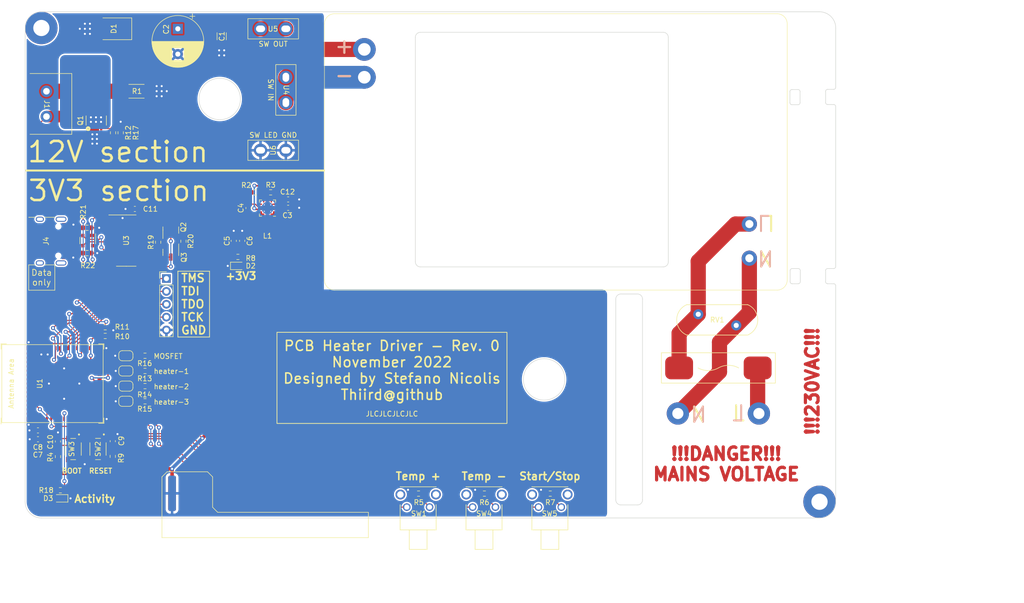
<source format=kicad_pcb>
(kicad_pcb (version 20211014) (generator pcbnew)
  (layers (0 "F.Cu" signal) (31 "B.Cu" signal) (34 "B.Paste" user) (35 "F.Paste" user) (36 "B.SilkS" user "B.Silkscreen") (37 "F.SilkS" user "F.Silkscreen") (38 "B.Mask" user) (39 "F.Mask" user) (44 "Edge.Cuts" user))
  (net 0 "")
  (net 1 "GND")
  (net 5 "+3V3")
  (net 18 "Net-(F1-Pad1)")
  (net 21 "/MCU/TCK")
  (net 22 "/MCU/TDO")
  (net 23 "/MCU/TDI")
  (net 24 "/MCU/TMS")
  (net 25 "temperature_plus")
  (net 26 "Net-(C4-Pad1)")
  (net 27 "Net-(C4-Pad2)")
  (net 28 "Net-(R2-Pad2)")
  (net 29 "Net-(D2-Pad2)")
  (net 30 "temperature_minus")
  (net 31 "start_stop")
  (net 32 "mosfet_gate")
  (net 33 "current_sense_LOW")
  (net 34 "temp_heater_1")
  (net 35 "temp_heater_2")
  (net 36 "temp_heater_3")
  (net 37 "temp_mosfet")
  (net 38 "+12V")
  (net 39 "/Peripherals/UART_USB_D+")
  (net 40 "/Peripherals/UART_USB_D-")
  (net 41 "Net-(H7-Pad1)")
  (net 43 "Net-(J4-PadA5)")
  (net 45 "Net-(J4-PadB5)")
  (net 48 "Net-(Q2-Pad1)")
  (net 49 "/Peripherals/RTS")
  (net 50 "Net-(Q3-Pad1)")
  (net 51 "/Peripherals/DTR")
  (net 52 "Net-(R5-Pad1)")
  (net 53 "Net-(R6-Pad1)")
  (net 54 "Net-(R7-Pad1)")
  (net 63 "SDA")
  (net 64 "SCL")
  (net 65 "RESET")
  (net 66 "GPIO0")
  (net 67 "TX")
  (net 68 "RX")
  (net 69 "/Heater/heater_LOW")
  (net 70 "Net-(F1-Pad2)")
  (net 76 "Net-(Q1-Pad2)")
  (net 80 "Net-(D3-Pad2)")
  (net 81 "Net-(PS1-Pad3)")
  (net 82 "/MCU/activity_led")
  (footprint "Capacitor_SMD:C_0603_1608Metric" (layer "F.Cu") (at 125.012321 82.205175 180)
    (fp_text reference "C12")
    (fp_text value "100n")
  )
  (footprint "1-1825027-1:SW_1-1825027-1" (layer "F.Cu") (at 150.675985 142.987494)
    (fp_text reference "SW1")
    (fp_text value "SW_SPST")
  )
  (footprint "oled_angled:oled_angled" (layer "F.Cu") (at 102.100983 140.014994)
    (fp_text reference "J5" hide)
    (fp_text value "OLED")
  )
  (footprint "Resistor_SMD:R_0603_1608Metric" (layer "F.Cu") (at 91.950983 69.032673 90)
    (fp_text reference "R12")
    (fp_text value "10k")
  )
  (footprint "Capacitor_SMD:C_0603_1608Metric" (layer "F.Cu") (at 117.187321 83.905175 -90)
    (fp_text reference "C4")
    (fp_text value "22n")
  )
  (footprint "MountingHole:MountingHole_3.2mm_M3_Pad_TopBottom" (layer "F.Cu") (at 76.300982 48.332675 90)
    (fp_text reference "H2" hide)
    (fp_text value "MH3")
  )
  (footprint "Resistor_SMD:R_0603_1608Metric" (layer "F.Cu") (at 90.392326 132.965329 90)
    (fp_text reference "R9")
    (fp_text value "22k")
  )
  (footprint "Resistor_SMD:R_0603_1608Metric" (layer "F.Cu") (at 118.562323 80.805173)
    (fp_text reference "R2")
    (fp_text value "10k")
  )
  (footprint "Resistor_SMD:R_0603_1608Metric" (layer "F.Cu") (at 90.450983 69.032673 -90)
    (fp_text reference "R17")
    (fp_text value "0")
  )
  (footprint "Resistor_SMD:R_2010_5025Metric" (layer "F.Cu") (at 95.075982 60.832676)
    (fp_text reference "R1")
    (fp_text value "DNP")
  )
  (footprint "Resistor_SMD:R_0603_1608Metric" (layer "F.Cu") (at 96.755979 122.082673 180)
    (fp_text reference "R15")
    (fp_text value "10k")
  )
  (footprint "fork_connector_p5.0mm:fork_p5.0mm" (layer "F.Cu") (at 122.062323 48.492675)
    (fp_text reference "U5")
    (fp_text value "fork_p5.0mm")
  )
  (footprint "Capacitor_SMD:C_0603_1608Metric" (layer "F.Cu") (at 75.624824 129.582673)
    (fp_text reference "C7")
    (fp_text value "22uF")
  )
  (footprint "3622_fuse_holder:3622" (layer "F.Cu") (at 209.937321 115.492677 180)
    (fp_text reference "F1" hide)
    (fp_text value "Fuse")
  )
  (footprint "Package_DFN_QFN:QFN-16-1EP_3x3mm_P0.5mm_EP1.75x1.75mm_ThermalVias" (layer "F.Cu") (at 120.937321 83.905173 180)
    (fp_text reference "U2" hide)
    (fp_text value "TS30042-M000QFNR")
  )
  (footprint "Connector_USB:USB_C_Receptacle_HRO_TYPE-C-31-M-12" (layer "F.Cu") (at 77.050987 90.432676 -90)
    (fp_text reference "J4")
    (fp_text value "USB_C_Receptacle_USB2.0")
  )
  (footprint "MountingHole:MountingHole_2.2mm_M2_Pad_TopBottom" (layer "F.Cu") (at 217.937321 124.492677)
    (fp_text reference "H6" hide)
    (fp_text value "AC_LIVE")
  )
  (footprint "Resistor_SMD:R_0603_1608Metric" (layer "F.Cu") (at 176.750989 140.317675 180)
    (fp_text reference "R7")
    (fp_text value "1k")
  )
  (footprint "Resistor_SMD:R_0603_1608Metric" (layer "F.Cu") (at 104.345987 90.457673 -90)
    (fp_text reference "R20")
    (fp_text value "10k")
  )
  (footprint "Resistor_SMD:R_0603_1608Metric" (layer "F.Cu") (at 99.345987 90.657673 90)
    (fp_text reference "R19")
    (fp_text value "10k")
  )
  (footprint "Jumper:SolderJumper-2_P1.3mm_Open_RoundedPad1.0x1.5mm" (layer "F.Cu") (at 92.975985 113.082673)
    (fp_text reference "TH4" hide)
    (fp_text value "mosfet")
  )
  (footprint "Resistor_SMD:R_0603_1608Metric" (layer "F.Cu") (at 96.755979 116.082674 180)
    (fp_text reference "R13")
    (fp_text value "10k")
  )
  (footprint "SKRPACE010:SW_SKRPACE010" (layer "F.Cu") (at 87.475985 131.507825 -90)
    (fp_text reference "SW2")
    (fp_text value "SW_DPST")
  )
  (footprint "LD90-23B12R2:LD90-23B12R2" (layer "F.Cu") (at 177.850987 72.814996 180)
    (fp_text reference "PS1" hide)
    (fp_text value "LD90-23B12R2")
  )
  (footprint "Package_TO_SOT_SMD:SOT-23" (layer "F.Cu") (at 101.850983 92.657673 -90)
    (fp_text reference "Q3")
    (fp_text value "BC817")
  )
  (footprint "Jumper:SolderJumper-2_P1.3mm_Open_RoundedPad1.0x1.5mm" (layer "F.Cu") (at 92.975985 119.082674)
    (fp_text reference "TH2" hide)
    (fp_text value "Heater_2")
  )
  (footprint "Diode_SMD:D_SMB" (layer "F.Cu") (at 90.587325 48.492675 180)
    (fp_text reference "D1")
    (fp_text value "SMBJ20A")
  )
  (footprint "Capacitor_SMD:C_0603_1608Metric" (layer "F.Cu") (at 125.012321 83.855175 180)
    (fp_text reference "C3")
    (fp_text value "10uF")
  )
  (footprint "Package_SO:SOIC-16_3.9x9.9mm_P1.27mm" (layer "F.Cu") (at 93.050983 90.332676)
    (fp_text reference "U3")
    (fp_text value "CH340C")
  )
  (footprint "Resistor_SMD:R_0603_1608Metric" (layer "F.Cu") (at 79.57116 133.014997 90)
    (fp_text reference "R4")
    (fp_text value "22k")
  )
  (footprint "Capacitor_SMD:C_0603_1608Metric" (layer "F.Cu") (at 94.750983 84.082676 180)
    (fp_text reference "C11")
    (fp_text value "100n")
  )
  (footprint "1-1825027-1:SW_1-1825027-1" (layer "F.Cu") (at 163.675985 142.987494)
    (fp_text reference "SW4")
    (fp_text value "SW_SPST")
  )
  (footprint "Capacitor_SMD:C_0603_1608Metric" (layer "F.Cu") (at 114.269645 90.380177 -90)
    (fp_text reference "C5")
    (fp_text value "22u")
  )
  (footprint "Package_TO_SOT_SMD:SOT-143" (layer "F.Cu") (at 85.452321 90.332676 -90)
    (fp_text reference "D4" hide)
    (fp_text value "PRTR5V0U2X")
  )
  (footprint "Connector_PinHeader_2.54mm:PinHeader_1x05_P2.54mm_Vertical" (layer "F.Cu") (at 100.98098 97.829995)
    (fp_text reference "J2" hide)
    (fp_text value "JTAG")
  )
  (footprint "Resistor_SMD:R_0603_1608Metric" (layer "F.Cu") (at 80.050983 139.657673 180)
    (fp_text reference "R18")
    (fp_text value "1k")
  )
  (footprint "Package_TO_SOT_SMD:SOT-23" (layer "F.Cu") (at 101.850983 88.257673 90)
    (fp_text reference "Q2")
    (fp_text value "BC817")
  )
  (footprint "Resistor_SMD:R_0603_1608Metric" (layer "F.Cu") (at 163.750987 140.317675 180)
    (fp_text reference "R6")
    (fp_text value "1k")
  )
  (footprint "Capacitor_SMD:C_0603_1608Metric" (layer "F.Cu") (at 115.937321 90.380175 -90)
    (fp_text reference "C6")
    (fp_text value "22u")
  )
  (footprint "MountingHole:MountingHole_2.2mm_M2_Pad_TopBottom" (layer "F.Cu") (at 201.937321 124.492677 180)
    (fp_text reference "H7" hide)
    (fp_text value "AC_NEUTRAL")
  )
  (footprint "Resistor_SMD:R_0603_1608Metric" (layer "F.Cu") (at 96.755979 119.082674 180)
    (fp_text reference "R14")
    (fp_text value "10k")
  )
  (footprint "Capacitor_SMD:C_0603_1608Metric" (layer "F.Cu") (at 90.392326 129.965329 90)
    (fp_text reference "C9")
    (fp_text value "1u")
  )
  (footprint "Resistor_SMD:R_0603_1608Metric" (layer "F.Cu") (at 115.094645 93.555173 180)
    (fp_text reference "R8")
    (fp_text value "1k")
  )
  (footprint "SOTFL65P330X80-8N:SOTFL65P330X80-8N" (layer "F.Cu") (at 87.125985 66.617673 90)
    (fp_text reference "Q1")
    (fp_text value "RQ3E110AJ")
  )
  (footprint "fork_connector_p5.0mm:fork_p5.0mm" (layer "F.Cu") (at 124.562323 60.564996 -90)
    (fp_text reference "U4")
    (fp_text value "fork_p5.0mm")
  )
  (footprint "LED_SMD:LED_0603_1608Metric" (layer "F.Cu") (at 115.114646 95.330171)
    (fp_text reference "D2")
    (fp_text value "RED")
  )
  (footprint "Resistor_SMD:R_0603_1608Metric" (layer "F.Cu") (at 88.900985 109.167674 180)
    (fp_text reference "R10")
    (fp_text value "22k")
  )
  (footprint "Jumper:SolderJumper-2_P1.3mm_Open_RoundedPad1.0x1.5mm" (layer "F.Cu") (at 92.975985 116.082673)
    (fp_text reference "TH1" hide)
    (fp_text value "Heater_1")
  )
  (footprint "Resistor_SMD:R_0603_1608Metric" (layer "F.Cu") (at 96.75598 113.082673 180)
    (fp_text reference "R16")
    (fp_text value "10k")
  )
  (footprint "BWVS005050404R7M00:BWVS005050404R7M00" (layer "F.Cu") (at 120.937321 88.905175)
    (fp_text reference "L1")
    (fp_text value "4u7")
  )
  (footprint "Capacitor_SMD:C_1206_3216Metric" (layer "F.Cu") (at 111.887325 49.967675 -90)
    (fp_text reference "C1")
    (fp_text value "1u")
  )
  (footprint "MountingHole:MountingHole_3.2mm_M3_Pad_TopBottom" (layer "F.Cu") (at 229.900983 141.932678 180)
    (fp_text reference "H3" hide)
    (fp_text value "MH2")
  )
  (footprint "fork_connector_p5.0mm:fork_p5.0mm" (layer "F.Cu") (at 122.062323 72.492675)
    (fp_text reference "U6")
    (fp_text value "fork_p5.0mm")
  )
  (footprint "LED_SMD:LED_0603_1608Metric" (layer "F.Cu") (at 80.050983 141.257673 180)
    (fp_text reference "D3")
    (fp_text value "RED")
  )
  (footprint "Resistor_SMD:R_0603_1608Metric" (layer "F.Cu") (at 85.327146 92.805173)
    (fp_text reference "R22")
    (fp_text value "5k1")
  )
  (footprint "Capacitor_SMD:C_0603_1608Metric" (layer "F.Cu") (at 79.57116 130.014997 90)
    (fp_text reference "C10")
    (fp_text value "1u")
  )
  (footprint "1-1825027-1:SW_1-1825027-1" (layer "F.Cu") (at 176.675985 142.987494)
    (fp_text reference "SW5")
    (fp_text value "SW_SPST")
  )
  (footprint "Jumper:SolderJumper-2_P1.3mm_Open_RoundedPad1.0x1.5mm" (layer "F.Cu") (at 92.975985 122.082673)
    (fp_text reference "TH3" hide)
    (fp_text value "Heater_3")
  )
  (footprint "Resistor_SMD:R_0603_1608Metric" (layer "F.Cu") (at 150.750987 140.317675 180)
    (fp_text reference "R5")
    (fp_text value "1k")
  )
  (footprint "Resistor_SMD:R_0603_1608Metric" (layer "F.Cu") (at 121.562325 80.805173)
    (fp_text reference "R3")
    (fp_text value "37k")
  )
  (footprint "WR_TBL_Series_101:WR_TBL_Series_101" (layer "F.Cu") (at 77.300983 63.332676 -90)
    (fp_text reference "J1")
    (fp_text value "Heater")
  )
  (footprint "Capacitor_SMD:C_0603_1608Metric" (layer "F.Cu") (at 75.624824 127.832673 180)
    (fp_text reference "C8")
    (fp_text value "100n")
  )
  (footprint "Espressif:ESP32-S2-MINI-1" (layer "F.Cu") (at 80.792322 118.582676 90)
    (fp_text reference "U1")
    (fp_text value "ESP32-S2-MINI-2")
  )
  (footprint "Capacitor_THT:CP_Radial_D10.0mm_P5.00mm" (layer "F.Cu") (at 103.236692 48.492675 -90)
    (fp_text reference "C2")
    (fp_text value "200u")
  )
  (footprint "Resistor_SMD:R_0603_1608Metric" (layer "F.Cu") (at 85.327146 87.805173)
    (fp_text reference "R21")
    (fp_text value "5k1")
  )
  (footprint "SKRPACE010:SW_SKRPACE010" (layer "F.Cu") (at 82.571159 131.514997 -90)
    (fp_text reference "SW3")
    (fp_text value "SW_DPST")
  )
  (footprint "B72214S0351K101:B72214S0351K101" (layer "F.Cu") (at 209.712322 105.992677)
    (fp_text reference "RV1")
    (fp_text value "Varistor")
  )
  (footprint "Resistor_SMD:R_0603_1608Metric" (layer "F.Cu") (at 88.900985 107.457673)
    (fp_text reference "R11")
    (fp_text value "5k1")
  )
  (gr_line (start 73.800987 95.132676) (end 73.800987 100.132676) (layer "F.SilkS") (width 0.12))
  (gr_line (start 73.300987 76.492675) (end 132.077412 76.492675) (layer "F.SilkS") (width 0.4))
  (gr_rect (start 122.800985 108.457673) (end 168.200985 126.457673) (layer "F.SilkS") (width 0.15) (fill none))
  (gr_line (start 103.24232 109.382676) (end 103.24232 96.382676) (layer "F.SilkS") (width 0.15))
  (gr_line (start 103.24232 96.382676) (end 109.492319 96.382676) (layer "F.SilkS") (width 0.15))
  (gr_line (start 103.24232 109.382676) (end 109.492319 109.382676) (layer "F.SilkS") (width 0.15))
  (gr_line (start 73.800987 100.132676) (end 78.950987 100.132676) (layer "F.SilkS") (width 0.12))
  (gr_line (start 109.492319 109.382676) (end 109.492319 96.382676) (layer "F.SilkS") (width 0.15))
  (gr_line (start 78.950987 95.132676) (end 78.950987 100.132676) (layer "F.SilkS") (width 0.12))
  (gr_arc (start 226.100984 98.457672) (mid 225.983827 98.740515) (end 225.700984 98.857672) (layer "Edge.Cuts") (width 0.1))
  (gr_line (start 232.700988 63.457673) (end 231.500988 63.457673) (layer "Edge.Cuts") (width 0.1))
  (gr_line (start 189.688485 101.882674) (end 189.688485 141.557673) (layer "Edge.Cuts") (width 0.1))
  (gr_line (start 150.125985 50.182674) (end 150.125986 94.532672) (layer "Edge.Cuts") (width 0.1))
  (gr_arc (start 193.963485 100.882673) (mid 194.670592 101.175566) (end 194.963484 101.882673) (layer "Edge.Cuts") (width 0.1))
  (gr_arc (start 199.050984 49.182674) (mid 199.758091 49.475567) (end 200.050983 50.182674) (layer "Edge.Cuts") (width 0.1))
  (gr_line (start 233.100988 60.057673) (end 233.100982 48.332676) (layer "Edge.Cuts") (width 0.1))
  (gr_line (start 200.050983 50.182674) (end 200.050984 94.532672) (layer "Edge.Cuts") (width 0.1))
  (gr_arc (start 190.688485 142.557673) (mid 189.981378 142.26478) (end 189.688485 141.557673) (layer "Edge.Cuts") (width 0.1))
  (gr_arc (start 189.688486 101.882674) (mid 189.981379 101.175567) (end 190.688486 100.882674) (layer "Edge.Cuts") (width 0.1))
  (gr_arc (start 231.100989 60.857674) (mid 231.218146 60.574831) (end 231.500989 60.457674) (layer "Edge.Cuts") (width 0.1))
  (gr_arc (start 73.100982 48.33237) (mid 74.038354 46.069831) (end 76.300982 45.132675) (layer "Edge.Cuts") (width 0.1))
  (gr_line (start 73.100982 141.932675) (end 73.100982 48.33237) (layer "Edge.Cuts") (width 0.1))
  (gr_arc (start 231.500988 63.457673) (mid 231.218145 63.340516) (end 231.100988 63.057673) (layer "Edge.Cuts") (width 0.1))
  (gr_line (start 232.700985 98.857673) (end 231.500985 98.857673) (layer "Edge.Cuts") (width 0.1))
  (gr_line (start 151.125986 49.182674) (end 199.050984 49.182674) (layer "Edge.Cuts") (width 0.1))
  (gr_line (start 224.462325 60.492676) (end 225.662324 60.492675) (layer "Edge.Cuts") (width 0.1))
  (gr_line (start 225.700984 98.857672) (end 224.500984 98.857672) (layer "Edge.Cuts") (width 0.1))
  (gr_line (start 226.100984 96.257672) (end 226.100984 98.457672) (layer "Edge.Cuts") (width 0.1))
  (gr_line (start 151.125986 95.532672) (end 199.050984 95.532672) (layer "Edge.Cuts") (width 0.1))
  (gr_arc (start 225.700984 95.857672) (mid 225.983827 95.974829) (end 226.100984 96.257672) (layer "Edge.Cuts") (width 0.1))
  (gr_arc (start 194.963484 141.557672) (mid 194.670591 142.264779) (end 193.963484 142.557672) (layer "Edge.Cuts") (width 0.1))
  (gr_arc (start 231.100986 96.257674) (mid 231.218143 95.974831) (end 231.500986 95.857674) (layer "Edge.Cuts") (width 0.1))
  (gr_arc (start 232.700985 98.857673) (mid 232.983828 98.97483) (end 233.100985 99.257673) (layer "Edge.Cuts") (width 0.1))
  (gr_arc (start 232.700988 63.457673) (mid 232.983831 63.57483) (end 233.100988 63.857673) (layer "Edge.Cuts") (width 0.1))
  (gr_line (start 76.300982 45.132675) (end 229.900982 45.132676) (layer "Edge.Cuts") (width 0.1))
  (gr_arc (start 200.050984 94.532672) (mid 199.758091 95.239779) (end 199.050984 95.532672) (layer "Edge.Cuts") (width 0.1))
  (gr_line (start 226.062324 60.892675) (end 226.062324 63.092675) (layer "Edge.Cuts") (width 0.1))
  (gr_circle (center 111.500985 62.357673) (end 115.600985 62.357673) (layer "Edge.Cuts") (width 0.1) (fill none))
  (gr_line (start 231.500986 95.857674) (end 232.700985 95.857673) (layer "Edge.Cuts") (width 0.1))
  (gr_arc (start 150.125986 50.182674) (mid 150.418879 49.475567) (end 151.125986 49.182674) (layer "Edge.Cuts") (width 0.1))
  (gr_line (start 224.100984 98.457672) (end 224.100985 96.257673) (layer "Edge.Cuts") (width 0.1))
  (gr_circle (center 175.539769 117.757673) (end 179.639769 117.757673) (layer "Edge.Cuts") (width 0.1) (fill none))
  (gr_line (start 194.963484 101.882673) (end 194.963484 141.557672) (layer "Edge.Cuts") (width 0.1))
  (gr_arc (start 231.500985 98.857673) (mid 231.218142 98.740516) (end 231.100985 98.457673) (layer "Edge.Cuts") (width 0.1))
  (gr_arc (start 233.100982 141.932675) (mid 232.163733 144.195439) (end 229.900982 145.132675) (layer "Edge.Cuts") (width 0.1))
  (gr_line (start 224.500985 95.857673) (end 225.700984 95.857672) (layer "Edge.Cuts") (width 0.1))
  (gr_line (start 224.062324 63.092675) (end 224.062325 60.892676) (layer "Edge.Cuts") (width 0.1))
  (gr_arc (start 224.100985 96.257673) (mid 224.218142 95.97483) (end 224.500985 95.857673) (layer "Edge.Cuts") (width 0.1))
  (gr_arc (start 233.100985 95.457673) (mid 232.983828 95.740516) (end 232.700985 95.857673) (layer "Edge.Cuts") (width 0.1))
  (gr_arc (start 76.300982 145.132675) (mid 74.038234 144.195423) (end 73.100982 141.932675) (layer "Edge.Cuts") (width 0.1))
  (gr_line (start 190.688485 142.557673) (end 193.963484 142.557672) (layer "Edge.Cuts") (width 0.1))
  (gr_arc (start 151.125986 95.532672) (mid 150.418879 95.239779) (end 150.125986 94.532672) (layer "Edge.Cuts") (width 0.1))
  (gr_line (start 190.688486 100.882674) (end 193.963485 100.882673) (layer "Edge.Cuts") (width 0.1))
  (gr_line (start 233.100988 63.857673) (end 233.100985 95.457673) (layer "Edge.Cuts") (width 0.1))
  (gr_line (start 233.100985 99.257673) (end 233.100982 141.932675) (layer "Edge.Cuts") (width 0.1))
  (gr_arc (start 225.662324 60.492675) (mid 225.945167 60.609832) (end 226.062324 60.892675) (layer "Edge.Cuts") (width 0.1))
  (gr_line (start 229.900982 145.132675) (end 76.300982 145.132675) (layer "Edge.Cuts") (width 0.1))
  (gr_arc (start 224.500984 98.857672) (mid 224.218141 98.740515) (end 224.100984 98.457672) (layer "Edge.Cuts") (width 0.1))
  (gr_arc (start 233.100988 60.057673) (mid 232.983831 60.340516) (end 232.700988 60.457673) (layer "Edge.Cuts") (width 0.1))
  (gr_line (start 231.100985 98.457673) (end 231.100986 96.257674) (layer "Edge.Cuts") (width 0.1))
  (gr_line (start 231.100988 63.057673) (end 231.100989 60.857674) (layer "Edge.Cuts") (width 0.1))
  (gr_arc (start 224.462324 63.492675) (mid 224.179481 63.375518) (end 224.062324 63.092675) (layer "Edge.Cuts") (width 0.1))
  (gr_arc (start 224.062325 60.892676) (mid 224.179482 60.609833) (end 224.462325 60.492676) (layer "Edge.Cuts") (width 0.1))
  (gr_line (start 225.662324 63.492675) (end 224.462324 63.492675) (layer "Edge.Cuts") (width 0.1))
  (gr_arc (start 229.900982 45.132676) (mid 232.163717 46.069941) (end 233.100982 48.332676) (layer "Edge.Cuts") (width 0.1))
  (gr_line (start 231.500989 60.457674) (end 232.700988 60.457673) (layer "Edge.Cuts") (width 0.1))
  (gr_arc (start 226.062324 63.092675) (mid 225.945167 63.375518) (end 225.662324 63.492675) (layer "Edge.Cuts") (width 0.1))
  (gr_text "!!!DANGER!!!\nMAINS VOLTAGE" (at 211.492321 134.482676) (layer "F.Cu") (effects (font (size 2.5 2.5) (thickness 0.625))))
  (gr_text "!!!230VAC!!!" (at 228.492321 118.132676 90) (layer "F.Cu") (effects (font (size 2.5 2.5) (thickness 0.625))))
  (gr_text "N" (at 206.041614 124.492677 180) (layer "B.SilkS") (effects (font (size 3 3) (thickness 0.4)) (justify mirror)))
  (gr_text "L" (at 213.937321 124.492677) (layer "B.SilkS") (effects (font (size 3 3) (thickness 0.4)) (justify mirror)))
  (gr_text "Activity" (at 86.850983 141.357673) (layer "F.SilkS") (effects (font (size 1.5 1.5) (thickness 0.3))))
  (gr_text "JLCJLCJLCJLC" (at 145.500985 124.557673) (layer "F.SilkS") (effects (font (size 1 1))))
  (gr_text "Data\nonly" (at 76.345987 97.632676) (layer "F.SilkS") (effects (font (size 1.2 1.2))))
  (gr_text "SW OUT" (at 122.062323 51.492675) (layer "F.SilkS") (effects (font (size 1 1))))
  (gr_text "PCB Heater Driver - Rev. 0\nNovember 2022\nDesigned by Stefano Nicolis\nThiird@github" (at 145.500985 115.957673) (layer "F.SilkS") (effects (font (size 2 2) (thickness 0.3))))
  (gr_text "SW LED GND" (at 122.062323 69.492675) (layer "F.SilkS") (effects (font (size 1 1))))
  (gr_text "TMS\nTDI\nTDO\nTCK\nGND" (at 103.742319 102.882676) (layer "F.SilkS") (effects (font (size 1.6 1.6) (thickness 0.3)) (justify left)))
  (gr_text "N" (at 206.010984 124.480508 180) (layer "F.SilkS") (effects (font (size 3 3) (thickness 0.4))))
  (gr_text "L" (at 213.937321 124.492677) (layer "F.SilkS") (effects (font (size 3 3) (thickness 0.4))))
  (gr_text "RESET" (at 88.000985 135.832673) (layer "F.SilkS") (effects (font (size 1 1) (thickness 0.2))))
  (gr_text "+3V3" (at 115.707323 97.330171) (layer "F.SilkS") (effects (font (size 1.5 1.5) (thickness 0.3))))
  (gr_text "heater-2" (at 101.966461 119.182673) (layer "F.SilkS") (effects (font (size 1 1))))
  (gr_text "heater-1" (at 101.966461 116.14934) (layer "F.SilkS") (effects (font (size 1 1))))
  (gr_text "MOSFET" (at 101.330985 113.182673) (layer "F.SilkS") (effects (font (size 1 1))))
  (gr_text "12V section" (at 91.417323 72.814996) (layer "F.SilkS") (effects (font (size 4 4) (thickness 0.5))))
  (gr_text "Start/Stop" (at 176.675985 136.882676) (layer "F.SilkS") (effects (font (size 1.5 1.5) (thickness 0.3))))
  (gr_text "BOOT" (at 82.32116 135.832676) (layer "F.SilkS") (effects (font (size 1 1) (thickness 0.2))))
  (gr_text "Temp +" (at 150.675985 136.882676) (layer "F.SilkS") (effects (font (size 1.5 1.5) (thickness 0.3))))
  (gr_text "SW IN" (at 121.562323 60.564996 270) (layer "F.SilkS") (effects (font (size 1 1))))
  (gr_text "heater-3" (at 101.966461 122.216006) (layer "F.SilkS") (effects (font (size 1 1))))
  (gr_text "3V3 section" (at 91.562323 80.492675) (layer "F.SilkS") (effects (font (size 4 4) (thickness 0.5))))
  (gr_text "Temp -" (at 163.675985 136.882676) (layer "F.SilkS") (effects (font (size 1.5 1.5) (thickness 0.3))))
  (segment (start 162.925987 140.317675) (end 162.675985 140.317675) (width 0.2) (layer "F.Cu") (net 1))
  (segment (start 86.202321 89.332676) (end 86.202321 87.855348) (width 0.2) (layer "F.Cu") (net 1))
  (segment (start 111.887325 51.442675) (end 111.887325 53.492675) (width 2) (layer "F.Cu") (net 1))
  (segment (start 80.792322 116.932676) (end 80.792322 115.582676) (width 0.3) (layer "F.Cu") (net 1))
  (segment (start 92.325985 119.082674) (end 90.975985 119.082673) (width 0.2) (layer "F.Cu") (net 1))
  (segment (start 91.024981 128.557673) (end 90.392325 129.190329) (width 0.2) (layer "F.Cu") (net 1))
  (segment (start 175.675985 140.317675) (end 174.925985 139.567675) (width 0.2) (layer "F.Cu") (net 1))
  (segment (start 162.675985 140.317675) (end 161.925985 139.567675) (width 0.2) (layer "F.Cu") (net 1))
  (segment (start 73.792322 111.582676) (end 73.792322 110.416336) (width 0.7) (layer "F.Cu") (net 1))
  (segment (start 88.437325 48.492675) (end 84.887325 48.492675) (width 3) (layer "F.Cu") (net 1))
  (segment (start 79.142322 118.582676) (end 77.792322 118.582676) (width 0.3) (layer "F.Cu") (net 1))
  (segment (start 149.925987 140.317675) (end 149.425985 140.317675) (width 0.2) (layer "F.Cu") (net 1))
  (segment (start 87.792322 111.582676) (end 89.124824 111.582676) (width 0.3) (layer "F.Cu") (net 1))
  (segment (start 79.142322 120.232676) (end 82.442322 120.232676) (width 0.3) (layer "F.Cu") (net 1))
  (segment (start 84.850985 134.507673) (end 82.300985 134.507673) (width 0.2) (layer "F.Cu") (net 1))
  (segment (start 89.900985 107.457673) (end 90.500985 108.057673) (width 0.2) (layer "F.Cu") (net 1))
  (segment (start 79.575985 129.235172) (end 79.57116 129.239997) (width 0.2) (layer "F.Cu") (net 1))
  (segment (start 81.496159 133.702847) (end 81.496159 133.589997) (width 0.2) (layer "F.Cu") (net 1))
  (segment (start 86.202321 87.855348) (end 86.152146 87.805173) (width 0.2) (layer "F.Cu") (net 1))
  (segment (start 87.792322 125.582676) (end 89.181162 125.582676) (width 0.3) (layer "F.Cu") (net 1))
  (segment (start 115.937321 89.605175) (end 115.937321 88.405175) (width 0.8) (layer "F.Cu") (net 1))
  (segment (start 86.400984 129.43283) (end 86.400984 133.582827) (width 0.2) (layer "F.Cu") (net 1))
  (segment (start 79.142322 116.932676) (end 79.142322 120.232676) (width 0.3) (layer "F.Cu") (net 1))
  (segment (start 149.425985 140.317675) (end 148.675985 139.567675) (width 0.2) (layer "F.Cu") (net 1))
  (segment (start 82.625002 87.182676) (end 81.095987 87.182676) (width 0.3) (layer "F.Cu") (net 1))
  (segment (start 120.687321 84.905173) (end 120.312321 84.530173) (width 0.2) (layer "F.Cu") (net 1))
  (segment (start 74.849824 129.582673) (end 73.995984 129.582673) (width 0.7) (layer "F.Cu") (net 1))
  (segment (start 74.849824 127.832673) (end 73.94599 127.832673) (width 0.7) (layer "F.Cu") (net 1))
  (segment (start 86.367326 133.841332) (end 86.367326 133.616484) (width 0.2) (layer "F.Cu") (net 1))
  (segment (start 82.595987 93.682676) (end 81.095987 93.682676) (width 0.3) (layer "F.Cu") (net 1))
  (segment (start 82.442322 116.932676) (end 82.442322 120.232676) (width 0.3) (layer "F.Cu") (net 1))
  (segment (start 80.792322 118.582676) (end 79.142322 118.582676) (width 0.3) (layer "F.Cu") (net 1))
  (segment (start 80.792322 118.582676) (end 80.792322 120.232676) (width 0.3) (layer "F.Cu") (net 1))
  (segment (start 114.269645 89.605177) (end 114.269645 88.405177) (width 0.8) (layer "F.Cu") (net 1))
  (segment (start 122.399821 83.155173) (end 121.687321 83.155173) (width 0.2) (layer "F.Cu") (net 1))
  (segment (start 91.950983 68.207673) (end 91.950983 66.857673) (width 0.2) (layer "F.Cu") (net 1))
  (segment (start 175.925989 140.317675) (end 175.675985 140.317675) (width 0.2) (layer "F.Cu") (net 1))
  (segment (start 79.142322 116.932676) (end 82.442322 116.932676) (width 0.3) (layer "F.Cu") (net 1))
  (segment (start 82.300985 134.507673) (end 81.496159 133.702847) (width 0.2) (layer "F.Cu") (net 1))
  (segment (start 97.388482 60.832676) (end 97.406162 60.814996) (width 3) (layer "F.Cu") (net 1))
  (segment (start 86.152146 87.805173) (end 87.707323 87.805173) (width 0.2) (layer "F.Cu") (net 1))
  (segment (start 79.575985 128.232673) (end 79.575985 129.235172) (width 0.2) (layer "F.Cu") (net 1))
  (segment (start 76.542322 112.582676) (end 76.292322 112.832676) (width 0.3) (layer "F.Cu") (net 1))
  (segment (start 80.792322 118.582676) (end 80.792322 116.932676) (width 0.3) (layer "F.Cu") (net 1))
  (segment (start 73.792322 111.582676) (end 73.792322 125.582676) (width 0.3) (layer "F.Cu") (net 1))
  (segment (start 121.687321 83.155173) (end 121.562321 83.280173) (width 0.2) (layer "F.Cu") (net 1))
  (segment (start 122.399821 80.817669) (end 122.399821 83.155173) (width 0.2) (layer "F.Cu") (net 1))
  (segment (start 77.392322 111.582676) (end 77.392322 112.682676) (width 0.3) (layer "F.Cu") (net 1))
  (segment (start 82.442322 118.582676) (end 83.792322 118.582676) (width 0.3) (layer "F.Cu") (net 1))
  (segment (start 97.406162 60.814996) (end 100.050986 60.814996) (width 3) (layer "F.Cu") (net 1))
  (segment (start 85.700985 134.507673) (end 86.367326 133.841332) (width 0.2) (layer "F.Cu") (net 1))
  (segment (start 125.787321 82.205175) (end 127.187325 82.205175) (width 0.8) (layer "F.Cu") (net 1))
  (segment (start 113.087323 95.330171) (end 114.327146 95.330171) (width 0.25) (layer "F.Cu") (net 1))
  (segment (start 92.325985 116.082673) (end 90.975985 116.082673) (width 0.2) (layer "F.Cu") (net 1))
  (segment (start 125.787321 83.855175) (end 127.187321 83.855175) (width 0.8) (layer "F.Cu") (net 1))
  (segment (start 92.325985 113.082673) (end 90.875985 113.082673) (width 0.2) (layer "F.Cu") (net 1))
  (segment (start 91.325985 128.557673) (end 91.024981 128.557673) (width 0.2) (layer "F.Cu") (net 1))
  (segment (start 79.77116 129.439997) (end 81.496159 129.439997) (width 0.2) (layer "F.Cu") (net 1))
  (segment (start 79.57116 129.239997) (end 79.77116 129.439997) (width 0.2) (layer "F.Cu") (net 1))
  (segment (start 80.792322 118.582676) (end 82.442322 118.582676) (width 0.3) (layer "F.Cu") (net 1))
  (segment (start 120.687321 85.367673) (end 121.187321 85.367673) (width 0.2) (layer "F.Cu") (net 1))
  (segment (start 92.907323 84.082676) (end 93.975983 84.082676) (width 0.3) (layer "F.Cu") (net 1))
  (segment (start 87.792322 111.582676) (end 87.792322 112.632676) (width 0.3) (layer "F.Cu") (net 1))
  (segment (start 86.152146 92.805173) (end 87.327146 92.805173) (width 0.2) (layer "F.Cu") (net 1))
  (segment (start 120.687321 85.367673) (end 120.687321 84.905173) (width 0.2) (layer "F.Cu") (net 1))
  (segment (start 84.850985 134.507673) (end 85.700985 134.507673) (width 0.2) (layer "F.Cu") (net 1))
  (segment (start 121.187321 85.367673) (end 121.187321 84.905173) (width 0.2) (layer "F.Cu") (net 1))
  (segment (start 122.387325 80.805173) (end 122.399821 80.817669) (width 0.2) (layer "F.Cu") (net 1))
  (segment (start 80.792322 120.232676) (end 80.792322 121.582676) (width 0.3) (layer "F.Cu") (net 1))
  (segment (start 80.838483 141.257673) (end 82.050983 141.257673) (width 0.25) (layer "F.Cu") (net 1))
  (segment (start 92.325985 122.082673) (end 90.975985 122.082673) (width 0.2) (layer "F.Cu") (net 1))
  (segment (start 75.692322 125.582676) (end 73.792322 125.582676) (width 0.3) (layer "F.Cu") (net 1))
  (segment (start 77.392322 112.682676) (end 77.542322 112.832676) (width 0.3) (layer "F.Cu") (net 1))
  (segment (start 89.725985 107.457673) (end 89.900985 107.457673) (width 0.2) (layer "F.Cu") (net 1))
  (segment (start 121.187321 84.905173) (end 121.562321 84.530173) (width 0.2) (layer "F.Cu") (net 1))
  (segment (start 90.575983 85.887676) (end 92.325983 85.887676) (width 0.3) (layer "F.Cu") (net 1))
  (segment (start 73.792322 125.582676) (end 73.792322 126.716336) (width 0.7) (layer "F.Cu") (net 1))
  (segment (start 76.542322 111.582676) (end 76.542322 112.582676) (width 0.3) (layer "F.Cu") (net 1))
  (via (at 73.792322 126.716336) (size 0.8) (drill 0.4) (layers "F.Cu" "B.Cu") (net 1))
  (via (at 174.925985 139.567675) (size 0.8) (drill 0.4) (layers "F.Cu" "B.Cu") (net 1))
  (via (at 91.950983 66.857673) (size 0.8) (drill 0.4) (layers "F.Cu" "B.Cu") (net 1))
  (via (at 112.387325 52.742675) (size 0.8) (drill 0.4) (layers "F.Cu" "B.Cu") (net 1))
  (via (at 77.792322 118.582676) (size 0.8) (drill 0.4) (layers "F.Cu" "B.Cu") (net 1))
  (via (at 80.792322 121.582676) (size 0.8) (drill 0.4) (layers "F.Cu" "B.Cu") (net 1))
  (via (at 73.792322 110.416336) (size 0.8) (drill 0.4) (layers "F.Cu" "B.Cu") (net 1))
  (via (at 111.387325 52.742675) (size 0.8) (drill 0.4) (layers "F.Cu" "B.Cu") (net 1))
  (via (at 82.595987 93.682676) (size 0.8) (drill 0.4) (layers "F.Cu" "B.Cu") (net 1))
  (via (at 100.050986 60.814996) (size 0.8) (drill 0.4) (layers "F.Cu" "B.Cu") (net 1))
  (via (at 85.887325 49.492675) (size 0.8) (drill 0.4) (layers "F.Cu" "B.Cu") (net 1))
  (via (at 73.995984 129.582673) (size 0.8) (drill 0.4) (layers "F.Cu" "B.Cu") (net 1))
  (via (at 101.050987 60.814996) (size 0.8) (drill 0.4) (layers "F.Cu" "B.Cu") (net 1))
  (via (at 90.875985 113.082673) (size 0.8) (drill 0.4) (layers "F.Cu" "B.Cu") (net 1))
  (via (at 99.050987 61.814997) (size 0.8) (drill 0.4) (layers "F.Cu" "B.Cu") (net 1))
  (via (at 100.050987 59.814996) (size 0.8) (drill 0.4) (layers "F.Cu" "B.Cu") (net 1))
  (via (at 84.850985 134.507673) (size 0.8) (drill 0.4) (layers "F.Cu" "B.Cu") (net 1))
  (via (at 84.887325 48.492675) (size 0.8) (drill 0.4) (layers "F.Cu" "B.Cu") (net 1))
  (via (at 127.187325 82.205175) (size 0.8) (drill 0.4) (layers "F.Cu" "B.Cu") (net 1))
  (via (at 79.575985 128.232673) (size 0.8) (drill 0.4) (layers "F.Cu" "B.Cu") (net 1))
  (via (at 90.975985 116.082673) (size 0.8) (drill 0.4) (layers "F.Cu" "B.Cu") (net 1))
  (via (at 89.181162 125.582676) (size 0.8) (drill 0.4) (layers "F.Cu" "B.Cu") (net 1))
  (via (at 90.975985 122.082673) (size 0.8) (drill 0.4) (layers "F.Cu" "B.Cu") (net 1))
  (via (at 83.792322 118.582676) (size 0.8) (drill 0.4) (layers "F.Cu" "B.Cu") (net 1))
  (via (at 89.124824 111.582676) (size 0.8) (drill 0.4) (layers "F.Cu" "B.Cu") (net 1))
  (via (at 99.050986 60.814996) (size 0.8) (drill 0.4) (layers "F.Cu" "B.Cu") (net 1))
  (via (at 84.887325 49.492675) (size 0.8) (drill 0.4) (layers "F.Cu" "B.Cu") (net 1))
  (via (at 82.625002 87.182676) (size 0.8) (drill 0.4) (layers "F.Cu" "B.Cu") (net 1))
  (via (at 92.907323 84.082676) (size 0.8) (drill 0.4) (layers "F.Cu" "B.Cu") (net 1))
  (via (at 87.707323 87.805173) (size 0.8) (drill 0.4) (layers "F.Cu" "B.Cu") (net 1))
  (via (at 80.792322 115.582676) (size 0.8) (drill 0.4) (layers "F.Cu" "B.Cu") (net 1))
  (via (at 100.050987 61.814996) (size 0.8) (drill 0.4) (layers "F.Cu" "B.Cu") (net 1))
  (via (at 90.500985 108.057673) (size 0.8) (drill 0.4) (layers "F.Cu" "B.Cu") (net 1))
  (via (at 113.087323 95.330171) (size 0.8) (drill 0.4) (layers "F.Cu" "B.Cu") (net 1))
  (via (at 99.050987 59.814996) (size 0.8) (drill 0.4) (layers "F.Cu" "B.Cu") (net 1))
  (via (at 112.387325 53.742675) (size 0.8) (drill 0.4) (layers "F.Cu" "B.Cu") (net 1))
  (via (at 76.292322 112.832676) (size 0.8) (drill 0.4) (layers "F.Cu" "B.Cu") (net 1))
  (via (at 77.542322 112.832676) (size 0.8) (drill 0.4) (layers "F.Cu" "B.Cu") (net 1))
  (via (at 127.187321 83.855175) (size 0.8) (drill 0.4) (layers "F.Cu" "B.Cu") (net 1))
  (via (at 87.264647 71.182673) (size 0.8) (drill 0.4) (layers "F.Cu" "B.Cu") (net 1))
  (via (at 148.675985 139.567675) (size 0.8) (drill 0.4) (layers "F.Cu" "B.Cu") (net 1))
  (via (at 115.937321 88.405175) (size 0.8) (drill 0.4) (layers "F.Cu" "B.Cu") (net 1))
  (via (at 87.327146 92.805173) (size 0.8) (drill 0.4) (layers "F.Cu" "B.Cu") (net 1))
  (via (at 87.264647 70.257673) (size 0.8) (drill 0.4) (layers "F.Cu" "B.Cu") (net 1))
  (via (at 92.325983 85.887676) (size 0.8) (drill 0.4) (layers "F.Cu" "B.Cu") (net 1))
  (via (at 73.94599 127.832673) (size 0.8) (drill 0.4) (layers "F.Cu" "B.Cu") (net 1))
  (via (at 91.325985 128.557673) (size 0.8) (drill 0.4) (layers "F.Cu" "B.Cu") (net 1))
  (via (at 114.269645 88.405177) (size 0.8) (drill 0.4) (layers "F.Cu" "B.Cu") (net 1))
  (via (at 84.887325 47.492675) (size 0.8) (drill 0.4) (layers "F.Cu" "B.Cu") (net 1))
  (via (at 90.975985 119.082673) (size 0.8) (drill 0.4) (layers "F.Cu" "B.Cu") (net 1))
  (via (at 85.887325 48.492675) (size 0.8) (drill 0.4) (layers "F.Cu" "B.Cu") (net 1))
  (via (at 85.887325 47.492675) (size 0.8) (drill 0.4) (layers "F.Cu" "B.Cu") (net 1))
  (via (at 111.387325 53.742675) (size 0.8) (drill 0.4) (layers "F.Cu" "B.Cu") (net 1))
  (via (at 86.364647 71.182673) (size 0.8) (drill 0.4) (layers "F.Cu" "B.Cu") (net 1))
  (via (at 82.050983 141.257673) (size 0.8) (drill 0.4) (layers "F.Cu" "B.Cu") (net 1))
  (via (at 83.887325 48.492675) (size 0.8) (drill 0.4) (layers "F.Cu" "B.Cu") (net 1))
  (via (at 161.925985 139.567675) (size 0.8) (drill 0.4) (layers "F.Cu" "B.Cu") (net 1))
  (via (at 87.264647 69.344989) (size 0.8) (drill 0.4) (layers "F.Cu" "B.Cu") (net 1))
  (via (at 86.364647 70.257673) (size 0.8) (drill 0.4) (layers "F.Cu" "B.Cu") (net 1))
  (via (at 86.364647 69.344989) (size 0.8) (drill 0.4) (layers "F.Cu" "B.Cu") (net 1))
  (segment (start 140.050987 58.064996) (end 130.550987 58.064996) (width 4.5) (layer "B.Cu") (net 1))
  (segment (start 113.917717 91.155177) (end 114.269645 91.155177) (width 0.7) (layer "F.Cu") (net 5))
  (segment (start 102.100983 135.426336) (end 102.100983 140.014994) (width 0.7) (layer "F.Cu") (net 5))
  (segment (start 91.532322 135.426336) (end 90.653485 136.305173) (width 0.7) (layer "F.Cu") (net 5))
  (segment (start 114.269645 91.155177) (end 115.937319 91.155177) (width 0.8) (layer "F.Cu") (net 5))
  (segment (start 89.327146 85.055173) (end 93.077146 85.055173) (width 0.2) (layer "F.Cu") (net 5))
  (segment (start 109.975982 127.482676) (end 109.975982 95.096912) (width 0.7) (layer "F.Cu") (net 5))
  (segment (start 102.354649 84.082676) (end 95.525983 84.082676) (width 0.3) (layer "F.Cu") (net 5))
  (segment (start 100.775985 122.082673) (end 108.075985 129.382673) (width 0.2) (layer "F.Cu") (net 5))
  (segment (start 90.392326 133.790328) (end 90.392326 134.224014) (width 0.2) (layer "F.Cu") (net 5))
  (segment (start 90.392326 134.224014) (end 91.475985 135.307673) (width 0.2) (layer "F.Cu") (net 5))
  (segment (start 97.580979 122.082673) (end 100.775985 122.082673) (width 0.2) (layer "F.Cu") (net 5))
  (segment (start 117.537323 87.155171) (end 117.537323 91.155175) (width 0.2) (layer "F.Cu") (net 5))
  (segment (start 78.798485 136.305173) (end 76.399824 133.906512) (width 0.7) (layer "F.Cu") (net 5))
  (segment (start 102.100983 135.426336) (end 91.532322 135.426336) (width 0.7) (layer "F.Cu") (net 5))
  (segment (start 109.975982 95.096912) (end 111.73098 93.341914) (width 0.7) (layer "F.Cu") (net 5))
  (segment (start 79.350985 136.305173) (end 78.798485 136.305173) (width 0.7) (layer "F.Cu") (net 5))
  (segment (start 89.66464 89.697676) (end 88.887321 88.920357) (width 0.2) (layer "F.Cu") (net 5))
  (segment (start 90.653485 136.305173) (end 79.350985 136.305173) (width 0.7) (layer "F.Cu") (net 5))
  (segment (start 111.73098 93.341914) (end 111.613887 93.341914) (width 0.3) (layer "F.Cu") (net 5))
  (segment (start 108.075985 129.382673) (end 109.975982 127.482676) (width 0.7) (layer "F.Cu") (net 5))
  (segment (start 116.237323 85.855171) (end 117.537323 87.155171) (width 0.2) (layer "F.Cu") (net 5))
  (segment (start 115.937319 91.155177) (end 115.937321 91.155175) (width 0.8) (layer "F.Cu") (net 5))
  (segment (start 111.73098 93.341914) (end 113.917717 91.155177) (width 0.7) (layer "F.Cu") (net 5))
  (segment (start 111.613887 93.341914) (end 102.354649 84.082676) (width 0.3) (layer "F.Cu") (net 5))
  (segment (start 116.237323 82.305173) (end 116.237323 85.855171) (width 0.2) (layer "F.Cu") (net 5))
  (segment (start 79.57116 133.839997) (end 79.57116 136.084998) (width 0.2) (layer "F.Cu") (net 5))
  (segment (start 93.909649 85.887676) (end 95.525983 85.887676) (width 0.2) (layer "F.Cu") (net 5))
  (segment (start 97.58098 113.082673) (end 97.580979 122.082673) (width 0.2) (layer "F.Cu") (net 5))
  (segment (start 76.542322 127.690175) (end 76.399824 127.832673) (width 0.4) (layer "F.Cu") (net 5))
  (segment (start 114.269645 93.555173) (end 114.269645 91.155177) (width 0.25) (layer "F.Cu") (net 5))
  (segment (start 95.525983 85.887676) (end 95.525983 84.082676) (width 0.2) (layer "F.Cu") (net 5))
  (segment (start 88.887321 88.920357) (end 88.887321 85.494998) (width 0.2) (layer "F.Cu") (net 5))
  (segment (start 88.887321 85.494998) (end 89.327146 85.055173) (width 0.2) (layer "F.Cu") (net 5))
  (segment (start 93.077146 85.055173) (end 93.909649 85.887676) (width 0.2) (layer "F.Cu") (net 5))
  (segment (start 117.537323 91.155175) (end 120.937321 91.155175) (width 0.8) (layer "F.Cu") (net 5))
  (segment (start 117.737323 80.805173) (end 116.237323 82.305173) (width 0.2) (layer "F.Cu") (net 5))
  (segment (start 76.542322 125.582676) (end 76.542322 127.690175) (width 0.4) (layer "F.Cu") (net 5))
  (segment (start 90.575983 89.697676) (end 89.66464 89.697676) (width 0.2) (layer "F.Cu") (net 5))
  (segment (start 76.399824 133.906512) (end 76.399824 127.832673) (width 0.7) (layer "F.Cu") (net 5))
  (segment (start 79.57116 136.084998) (end 79.350985 136.305173) (width 0.2) (layer "F.Cu") (net 5))
  (segment (start 115.937321 91.155175) (end 117.537323 91.155175) (width 0.8) (layer "F.Cu") (net 5))
  (via (at 102.100983 135.426336) (size 0.8) (drill 0.4) (layers "F.Cu" "B.Cu") (net 5))
  (via (at 108.075985 129.382673) (size 0.8) (drill 0.4) (layers "F.Cu" "B.Cu") (net 5))
  (segment (start 102.100983 135.426336) (end 102.100983 135.357675) (width 0.7) (layer "B.Cu") (net 5))
  (segment (start 102.100983 135.357675) (end 108.075985 129.382673) (width 0.7) (layer "B.Cu") (net 5))
  (segment (start 217.687321 124.242677) (end 217.937321 124.492677) (width 3) (layer "F.Cu") (net 18))
  (segment (start 217.687321 115.492677) (end 217.687321 124.242677) (width 3) (layer "F.Cu") (net 18))
  (segment (start 83.342322 110.866336) (end 88.758663 105.449995) (width 0.2) (layer "F.Cu") (net 21))
  (segment (start 83.342322 111.582676) (end 83.342322 110.866336) (width 0.2) (layer "F.Cu") (net 21))
  (segment (start 88.758663 105.449995) (end 100.98098 105.449995) (width 0.2) (layer "F.Cu") (net 21))
  (segment (start 100.98098 102.909995) (end 90.548663 102.909995) (width 0.2) (layer "F.Cu") (net 22))
  (segment (start 90.548663 102.909995) (end 82.492322 110.966336) (width 0.2) (layer "F.Cu") (net 22))
  (segment (start 82.492322 110.966336) (end 82.492322 111.582676) (width 0.2) (layer "F.Cu") (net 22))
  (segment (start 100.98098 100.369995) (end 92.338663 100.369995) (width 0.2) (layer "F.Cu") (net 23))
  (segment (start 92.338663 100.369995) (end 81.642322 111.066336) (width 0.2) (layer "F.Cu") (net 23))
  (segment (start 81.642322 111.066336) (end 81.642322 111.582676) (width 0.2) (layer "F.Cu") (net 23))
  (segment (start 80.792322 111.582676) (end 80.792322 111.166336) (width 0.2) (layer "F.Cu") (net 24))
  (segment (start 94.128663 97.829995) (end 100.98098 97.829995) (width 0.2) (layer "F.Cu") (net 24))
  (segment (start 80.792322 111.293835) (end 80.792322 111.582676) (width 0.2) (layer "F.Cu") (net 24))
  (segment (start 80.792322 111.166336) (end 94.128663 97.829995) (width 0.2) (layer "F.Cu") (net 24))
  (segment (start 84.925986 127.732676) (end 83.342322 126.149012) (width 0.2) (layer "F.Cu") (net 25))
  (segment (start 91.950988 127.732676) (end 84.925986 127.732676) (width 0.2) (layer "F.Cu") (net 25))
  (segment (start 147.162141 142.987494) (end 140.907323 136.732676) (width 0.2) (layer "F.Cu") (net 25))
  (segment (start 148.425985 142.987494) (end 147.162141 142.987494) (width 0.2) (layer "F.Cu") (net 25))
  (segment (start 140.907323 136.732676) (end 111.725988 136.732676) (width 0.2) (layer "F.Cu") (net 25))
  (segment (start 93.700988 129.482676) (end 91.950988 127.732676) (width 0.2) (layer "F.Cu") (net 25))
  (segment (start 111.725988 136.732676) (end 104.475988 129.482676) (width 0.2) (layer "F.Cu") (net 25))
  (segment (start 104.475988 129.482676) (end 93.700988 129.482676) (width 0.2) (layer "F.Cu") (net 25))
  (segment (start 83.342322 126.149012) (end 83.342322 125.582676) (width 0.2) (layer "F.Cu") (net 25))
  (segment (start 119.037319 83.655173) (end 118.512321 83.130175) (width 0.2) (layer "F.Cu") (net 26))
  (segment (start 118.512321 83.130175) (end 117.187321 83.130175) (width 0.2) (layer "F.Cu") (net 26))
  (segment (start 119.474821 83.655173) (end 119.037319 83.655173) (width 0.2) (layer "F.Cu") (net 26))
  (segment (start 121.687321 85.367673) (end 121.687321 86.805175) (width 0.2) (layer "F.Cu") (net 27))
  (segment (start 120.187321 85.367673) (end 120.187321 86.805175) (width 0.2) (layer "F.Cu") (net 27))
  (segment (start 121.687321 81.755169) (end 121.687321 82.442673) (width 0.2) (layer "F.Cu") (net 28))
  (segment (start 120.737325 80.805173) (end 121.687321 81.755169) (width 0.2) (layer "F.Cu") (net 28))
  (segment (start 119.387323 80.805173) (end 120.737325 80.805173) (width 0.2) (layer "F.Cu") (net 28))
  (segment (start 115.919645 95.312672) (end 115.902146 95.330171) (width 0.25) (layer "F.Cu") (net 29))
  (segment (start 115.919645 93.555173) (end 115.919645 95.312672) (width 0.25) (layer "F.Cu") (net 29))
  (segment (start 112.260987 136.267675) (end 153.007323 136.267675) (width 0.2) (layer "F.Cu") (net 30))
  (segment (start 93.960988 128.982676) (end 104.975988 128.982676) (width 0.2) (layer "F.Cu") (net 30))
  (segment (start 92.210988 127.232676) (end 93.960988 128.982676) (width 0.2) (layer "F.Cu") (net 30))
  (segment (start 153.007323 136.267675) (end 159.727142 142.987494) (width 0.2) (layer "F.Cu") (net 30))
  (segment (start 84.192322 125.582676) (end 84.192322 126.199012) (width 0.2) (layer "F.Cu") (net 30))
  (segment (start 159.727142 142.987494) (end 161.425985 142.987494) (width 0.2) (layer "F.Cu") (net 30))
  (segment (start 84.192322 126.199012) (end 85.225986 127.232676) (width 0.2) (layer "F.Cu") (net 30))
  (segment (start 104.975988 128.982676) (end 112.260987 136.267675) (width 0.2) (layer "F.Cu") (net 30))
  (segment (start 85.225986 127.232676) (end 92.210988 127.232676) (width 0.2) (layer "F.Cu") (net 30))
  (segment (start 85.042322 126.249012) (end 85.042322 125.582676) (width 0.2) (layer "F.Cu") (net 31))
  (segment (start 165.472324 135.732676) (end 112.725988 135.732676) (width 0.2) (layer "F.Cu") (net 31))
  (segment (start 92.500988 126.732676) (end 85.525986 126.732676) (width 0.2) (layer "F.Cu") (net 31))
  (segment (start 105.475988 128.482676) (end 94.250988 128.482676) (width 0.2) (layer "F.Cu") (net 31))
  (segment (start 85.525986 126.732676) (end 85.042322 126.249012) (width 0.2) (layer "F.Cu") (net 31))
  (segment (start 172.727142 142.987494) (end 165.472324 135.732676) (width 0.2) (layer "F.Cu") (net 31))
  (segment (start 112.725988 135.732676) (end 105.475988 128.482676) (width 0.2) (layer "F.Cu") (net 31))
  (segment (start 94.250988 128.482676) (end 92.500988 126.732676) (width 0.2) (layer "F.Cu") (net 31))
  (segment (start 174.425985 142.987494) (end 172.727142 142.987494) (width 0.2) (layer "F.Cu") (net 31))
  (segment (start 86.425987 94.064996) (end 86.425987 100.689996) (width 0.2) (layer "F.Cu") (net 32))
  (segment (start 90.450983 69.857673) (end 91.950983 69.857673) (width 0.2) (layer "F.Cu") (net 32))
  (segment (start 90.450983 82.165) (end 90.450983 69.857673) (width 0.2) (layer "F.Cu") (net 32))
  (segment (start 82.300987 104.814996) (end 81.800987 104.814996) (width 0.2) (layer "F.Cu") (net 32))
  (segment (start 83.950983 112.982676) (end 84.192322 112.741337) (width 0.2) (layer "F.Cu") (net 32))
  (segment (start 86.425987 100.689996) (end 82.300987 104.814996) (width 0.2) (layer "F.Cu") (net 32))
  (segment (start 84.192322 112.741337) (end 84.192322 111.582676) (width 0.2) (layer "F.Cu") (net 32))
  (segment (start 86.300987 86.314996) (end 90.450983 82.165) (width 0.2) (layer "F.Cu") (net 32))
  (via (at 86.300987 86.314996) (size 0.8) (drill 0.4) (layers "F.Cu" "B.Cu") (net 32))
  (via (at 83.950983 112.982676) (size 0.8) (drill 0.4) (layers "F.Cu" "B.Cu") (net 32))
  (via (at 86.425987 94.064996) (size 0.8) (drill 0.4) (layers "F.Cu" "B.Cu") (net 32))
  (via (at 81.800987 104.814996) (size 0.8) (drill 0.4) (layers "F.Cu" "B.Cu") (net 32))
  (segment (start 86.425987 94.064996) (end 86.300987 93.939996) (width 0.2) (layer "B.Cu") (net 32))
  (segment (start 83.431162 112.462855) (end 83.950983 112.982676) (width 0.2) (layer "B.Cu") (net 32))
  (segment (start 81.800987 107.033836) (end 83.431162 108.664011) (width 0.2) (layer "B.Cu") (net 32))
  (segment (start 86.300987 93.939996) (end 86.300987 86.314996) (width 0.2) (layer "B.Cu") (net 32))
  (segment (start 81.800987 104.814996) (end 81.800987 107.033836) (width 0.2) (layer "B.Cu") (net 32))
  (segment (start 83.431162 108.664011) (end 83.431162 112.462855) (width 0.2) (layer "B.Cu") (net 32))
  (segment (start 88.075985 107.457673) (end 88.075985 109.167674) (width 0.2) (layer "F.Cu") (net 33))
  (segment (start 85.892322 118.699012) (end 85.250983 118.057673) (width 0.25) (layer "F.Cu") (net 33))
  (segment (start 86.050983 115.857673) (end 86.050983 113.057673) (width 0.25) (layer "F.Cu") (net 33))
  (segment (start 86.940982 109.167674) (end 88.075985 109.167674) (width 0.25) (layer "F.Cu") (net 33))
  (segment (start 85.250983 116.657673) (end 86.050983 115.857673) (width 0.25) (layer "F.Cu") (net 33))
  (segment (start 85.892322 125.582676) (end 85.892322 118.699012) (width 0.25) (layer "F.Cu") (net 33))
  (segment (start 86.050983 110.057673) (end 86.940982 109.167674) (width 0.25) (layer "F.Cu") (net 33))
  (segment (start 85.250983 118.057673) (end 85.250983 116.657673) (width 0.25) (layer "F.Cu") (net 33))
  (via (at 86.050983 113.057673) (size 0.8) (drill 0.4) (layers "F.Cu" "B.Cu") (net 33))
  (via (at 86.050983 110.057673) (size 0.8) (drill 0.4) (layers "F.Cu" "B.Cu") (net 33))
  (segment (start 86.050983 113.057673) (end 86.050983 110.057673) (width 0.25) (layer "B.Cu") (net 33))
  (segment (start 88.57598 121.132676) (end 89.850983 119.857673) (width 0.25) (layer "F.Cu") (net 34))
  (segment (start 92.850983 117.857673) (end 93.625985 117.082671) (width 0.25) (layer "F.Cu") (net 34))
  (segment (start 93.625985 117.082671) (end 93.625985 116.082673) (width 0.25) (layer "F.Cu") (net 34))
  (segment (start 89.850983 119.857673) (end 89.850983 118.857673) (width 0.25) (layer "F.Cu") (net 34))
  (segment (start 95.930979 116.082674) (end 93.625985 116.082673) (width 0.25) (layer "F.Cu") (net 34))
  (segment (start 87.792322 121.132676) (end 88.57598 121.132676) (width 0.25) (layer "F.Cu") (net 34))
  (segment (start 90.850983 117.857673) (end 92.850983 117.857673) (width 0.25) (layer "F.Cu") (net 34))
  (segment (start 89.850983 118.857673) (end 90.850983 117.857673) (width 0.25) (layer "F.Cu") (net 34))
  (segment (start 88.92598 121.982676) (end 90.650983 120.257673) (width 0.25) (layer "F.Cu") (net 35))
  (segment (start 95.930979 119.082674) (end 93.625985 119.082674) (width 0.25) (layer "F.Cu") (net 35))
  (segment (start 93.625985 120.082671) (end 93.625985 119.082674) (width 0.25) (layer "F.Cu") (net 35))
  (segment (start 93.450983 120.257673) (end 93.625985 120.082671) (width 0.25) (layer "F.Cu") (net 35))
  (segment (start 87.792322 121.982676) (end 88.92598 121.982676) (width 0.25) (layer "F.Cu") (net 35))
  (segment (start 90.650983 120.257673) (end 93.450983 120.257673) (width 0.25) (layer "F.Cu") (net 35))
  (segment (start 87.792322 122.832676) (end 88.97598 122.832676) (width 0.25) (layer "F.Cu") (net 36))
  (segment (start 95.930979 122.082673) (end 93.625985 122.082673) (width 0.25) (layer "F.Cu") (net 36))
  (segment (start 93.250983 120.857673) (end 93.625985 121.232675) (width 0.25) (layer "F.Cu") (net 36))
  (segment (start 90.950983 120.857673) (end 93.250983 120.857673) (width 0.25) (layer "F.Cu") (net 36))
  (segment (start 88.97598 122.832676) (end 90.950983 120.857673) (width 0.25) (layer "F.Cu") (net 36))
  (segment (start 93.625985 121.232675) (end 93.625985 122.082673) (width 0.25) (layer "F.Cu") (net 36))
  (segment (start 90.650983 114.457673) (end 89.450983 115.657673) (width 0.25) (layer "F.Cu") (net 37))
  (segment (start 86.250983 117.457673) (end 86.742322 117.949012) (width 0.25) (layer "F.Cu") (net 37))
  (segment (start 95.93098 113.082673) (end 93.625985 113.082673) (width 0.25) (layer "F.Cu") (net 37))
  (segment (start 89.450983 115.657673) (end 89.450983 117.457673) (width 0.25) (layer "F.Cu") (net 37))
  (segment (start 93.625985 114.082671) (end 93.250983 114.457673) (width 0.25) (layer "F.Cu") (net 37))
  (segment (start 93.625985 113.082673) (end 93.625985 114.082671) (width 0.25) (layer "F.Cu") (net 37))
  (segment (start 93.250983 114.457673) (end 90.650983 114.457673) (width 0.25) (layer "F.Cu") (net 37))
  (segment (start 86.742322 117.949012) (end 86.742322 125.582676) (width 0.25) (layer "F.Cu") (net 37))
  (via (at 89.450983 117.457673) (size 0.8) (drill 0.4) (layers "F.Cu" "B.Cu") (net 37))
  (via (at 86.250983 117.457673) (size 0.8) (drill 0.4) (layers "F.Cu" "B.Cu") (net 37))
  (segment (start 89.450983 117.457673) (end 86.250983 117.457673) (width 0.25) (layer "B.Cu") (net 37))
  (segment (start 104.585987 75.492675) (end 121.685987 75.492675) (width 0.8) (layer "F.Cu") (net 38))
  (segment (start 92.763482 63.67017) (end 104.585987 75.492675) (width 0.8) (layer "F.Cu") (net 38))
  (segment (start 103.236692 48.492675) (end 111.887325 48.492675) (width 3) (layer "F.Cu") (net 38))
  (segment (start 124.237321 79.505175) (end 124.237321 81.105175) (width 0.8) (layer "F.Cu") (net 38))
  (segment (start 77.300983 60.832676) (end 92.763482 60.832676) (width 3) (layer "F.Cu") (net 38))
  (segment (start 118.373487 79.505175) (end 124.237321 79.505175) (width 0.3) (layer "F.Cu") (net 38))
  (segment (start 92.737325 60.806519) (end 92.763482 60.832676) (width 3) (layer "F.Cu") (net 38))
  (segment (start 124.237321 78.705175) (end 124.237321 79.505175) (width 0.8) (layer "F.Cu") (net 38))
  (segment (start 124.562323 48.492675) (end 111.887325 48.492675) (width 3) (layer "F.Cu") (net 38))
  (segment (start 118.337321 83.955175) (end 118.537319 84.155173) (width 0.3) (layer "F.Cu") (net 38))
  (segment (start 103.236692 48.492675) (end 92.737325 48.492675) (width 3) (layer "F.Cu") (net 38))
  (segment (start 118.537319 84.155173) (end 119.474821 84.155173) (width 0.3) (layer "F.Cu") (net 38))
  (segment (start 118.350985 79.482673) (end 118.373487 79.505175) (width 0.3) (layer "F.Cu") (net 38))
  (segment (start 121.685987 75.492675) (end 124.237321 78.044009) (width 0.8) (layer "F.Cu") (net 38))
  (segment (start 92.763482 60.832676) (end 92.763482 63.67017) (width 0.8) (layer "F.Cu") (net 38))
  (segment (start 92.737325 48.492675) (end 92.737325 60.806519) (width 3) (layer "F.Cu") (net 38))
  (segment (start 124.237321 81.105175) (end 124.237321 82.205175) (width 0.8) (layer "F.Cu") (net 38))
  (segment (start 124.237321 82.205175) (end 124.237321 83.855175) (width 0.8) (layer "F.Cu") (net 38))
  (segment (start 124.237321 78.044009) (end 124.237321 78.805173) (width 0.8) (layer "F.Cu") (net 38))
  (via (at 118.337321 83.955175) (size 0.8) (drill 0.4) (layers "F.Cu" "B.Cu") (net 38))
  (via (at 118.350985 79.482673) (size 0.8) (drill 0.4) (layers "F.Cu" "B.Cu") (net 38))
  (segment (start 118.337321 79.496337) (end 118.337321 83.955175) (width 0.3) (layer "B.Cu") (net 38))
  (segment (start 118.350985 79.482673) (end 118.337321 79.496337) (width 0.3) (layer "B.Cu") (net 38))
  (segment (start 79.845987 90.182676) (end 81.095987 90.182676) (width 0.2) (layer "F.Cu") (net 39))
  (segment (start 89.435983 90.967676) (end 90.575983 90.967676) (width 0.2) (layer "F.Cu") (net 39))
  (segment (start 81.095987 91.182676) (end 84.352321 91.182676) (width 0.2) (layer "F.Cu") (net 39))
  (segment (start 79.595987 90.932676) (end 79.595987 90.432676) (width 0.2) (layer "F.Cu") (net 39))
  (segment (start 85.252321 90.582676) (end 89.050983 90.582676) (width 0.2) (layer "F.Cu") (net 39))
  (segment (start 89.050983 90.582676) (end 89.435983 90.967676) (width 0.2) (layer "F.Cu") (net 39))
  (segment (start 79.845987 91.182676) (end 79.595987 90.932676) (width 0.2) (layer "F.Cu") (net 39))
  (segment (start 84.502321 91.332676) (end 85.252321 90.582676) (width 0.2) (layer "F.Cu") (net 39))
  (segment (start 84.352321 91.182676) (end 84.502321 91.332676) (width 0.2) (layer "F.Cu") (net 39))
  (segment (start 79.595987 90.432676) (end 79.845987 90.182676) (width 0.2) (layer "F.Cu") (net 39))
  (segment (start 81.095987 91.182676) (end 79.845987 91.182676) (width 0.2) (layer "F.Cu") (net 39))
  (segment (start 87.742681 90.064997) (end 85.187319 90.064997) (width 0.2) (layer "F.Cu") (net 40))
  (segment (start 85.187319 90.064997) (end 84.502321 89.379999) (width 0.2) (layer "F.Cu") (net 40))
  (segment (start 83.537321 89.332676) (end 82.937321 89.932676) (width 0.2) (layer "F.Cu") (net 40))
  (segment (start 82.937321 90.432676) (end 82.687321 90.682676) (width 0.2) (layer "F.Cu") (net 40))
  (segment (start 84.502321 89.379999) (end 84.502321 89.332676) (width 0.2) (layer "F.Cu") (net 40))
  (segment (start 82.937321 89.932676) (end 82.937321 90.432676) (width 0.2) (layer "F.Cu") (net 40))
  (segment (start 84.502321 89.332676) (end 83.537321 89.332676) (width 0.2) (layer "F.Cu") (net 40))
  (segment (start 82.687321 89.682676) (end 82.937321 89.932676) (width 0.2) (layer "F.Cu") (net 40))
  (segment (start 90.575983 92.237676) (end 88.70464 92.237676) (width 0.2) (layer "F.Cu") (net 40))
  (segment (start 81.095987 89.682676) (end 82.687321 89.682676) (width 0.2) (layer "F.Cu") (net 40))
  (segment (start 88.70464 92.237676) (end 88.137321 91.670357) (width 0.2) (layer "F.Cu") (net 40))
  (segment (start 88.137321 89.670357) (end 87.742681 90.064997) (width 0.2) (layer "F.Cu") (net 40))
  (segment (start 82.687321 90.682676) (end 81.095987 90.682676) (width 0.2) (layer "F.Cu") (net 40))
  (via (at 88.137321 91.670357) (size 0.8) (drill 0.4) (layers "F.Cu" "B.Cu") (net 40))
  (via (at 88.137321 89.670357) (size 0.8) (drill 0.4) (layers "F.Cu" "B.Cu") (net 40))
  (segment (start 88.137321 89.670357) (end 88.137321 91.670357) (width 0.2) (layer "B.Cu") (net 40))
  (segment (start 216.050987 93.814996) (end 216.050987 104.504012) (width 3) (layer "F.Cu") (net 41))
  (segment (start 216.050987 104.504012) (end 213.462322 107.092677) (width 3) (layer "F.Cu") (net 41))
  (segment (start 213.462322 107.092677) (end 210.157323 110.397676) (width 3) (layer "F.Cu") (net 41))
  (segment (start 210.157323 110.397676) (end 210.157323 116.272675) (width 3) (layer "F.Cu") (net 41))
  (segment (start 210.157323 116.272675) (end 201.937321 124.492677) (width 3) (layer "F.Cu") (net 41))
  (segment (start 82.699643 89.182676) (end 84.077146 87.805173) (width 0.2) (layer "F.Cu") (net 43))
  (segment (start 81.095987 89.182676) (end 82.699643 89.182676) (width 0.2) (layer "F.Cu") (net 43))
  (segment (start 84.077146 87.805173) (end 84.502146 87.805173) (width 0.2) (layer "F.Cu") (net 43))
  (segment (start 81.095987 92.182676) (end 83.879649 92.182676) (width 0.2) (layer "F.Cu") (net 45))
  (segment (start 83.879649 92.182676) (end 84.502146 92.805173) (width 0.2) (layer "F.Cu") (net 45))
  (segment (start 100.900983 89.195173) (end 99.983487 89.195173) (width 0.2) (layer "F.Cu") (net 48))
  (segment (start 99.983487 89.195173) (end 99.345987 89.832673) (width 0.2) (layer "F.Cu") (net 48))
  (segment (start 103.908487 89.195173) (end 104.345987 89.632673) (width 0.2) (layer "F.Cu") (net 49))
  (segment (start 99.250983 86.057673) (end 96.88098 88.427676) (width 0.2) (layer "F.Cu") (net 49))
  (segment (start 102.250983 86.057673) (end 99.250983 86.057673) (width 0.2) (layer "F.Cu") (net 49))
  (segment (start 102.800983 86.607673) (end 102.250983 86.057673) (width 0.2) (layer "F.Cu") (net 49))
  (segment (start 96.88098 88.427676) (end 95.525983 88.427676) (width 0.2) (layer "F.Cu") (net 49))
  (segment (start 102.800983 89.195173) (end 103.908487 89.195173) (width 0.2) (layer "F.Cu") (net 49))
  (segment (start 102.800983 89.195173) (end 102.800983 86.607673) (width 0.2) (layer "F.Cu") (net 49))
  (segment (start 102.800983 91.720173) (end 103.908487 91.720173) (width 0.2) (layer "F.Cu") (net 50))
  (segment (start 103.908487 91.720173) (end 104.345987 91.282673) (width 0.2) (layer "F.Cu") (net 50))
  (segment (start 96.890986 89.697676) (end 98.675983 91.482673) (width 0.2) (layer "F.Cu") (net 51))
  (segment (start 100.900983 91.720173) (end 99.583487 91.720173) (width 0.2) (layer "F.Cu") (net 51))
  (segment (start 95.525983 89.697676) (end 96.890986 89.697676) (width 0.2) (layer "F.Cu") (net 51))
  (segment (start 98.675983 91.482673) (end 99.345987 91.482673) (width 0.2) (layer "F.Cu") (net 51))
  (segment (start 99.583487 91.720173) (end 99.345987 91.482673) (width 0.2) (layer "F.Cu") (net 51))
  (segment (start 151.575987 140.317675) (end 151.575987 141.637496) (width 0.2) (layer "F.Cu") (net 52))
  (segment (start 151.575987 141.637496) (end 152.925985 142.987494) (width 0.2) (layer "F.Cu") (net 52))
  (segment (start 164.575987 140.317675) (end 164.575987 141.637496) (width 0.2) (layer "F.Cu") (net 53))
  (segment (start 164.575987 141.637496) (end 165.925985 142.987494) (width 0.2) (layer "F.Cu") (net 53))
  (segment (start 177.575989 141.637498) (end 178.925985 142.987494) (width 0.2) (layer "F.Cu") (net 54))
  (segment (start 177.575989 140.317675) (end 177.575989 141.637498) (width 0.2) (layer "F.Cu") (net 54))
  (segment (start 99.500985 127.257673) (end 95.925988 123.682676) (width 0.2) (layer "F.Cu") (net 63))
  (segment (start 108.100983 136.607671) (end 108.100983 140.014994) (width 0.2) (layer "F.Cu") (net 63))
  (segment (start 103.750985 132.257673) (end 108.100983 136.607671) (width 0.2) (layer "F.Cu") (net 63))
  (segment (start 99.500985 130.457673) (end 101.300985 132.257673) (width 0.2) (layer "F.Cu") (net 63))
  (segment (start 101.300985 132.257673) (end 103.750985 132.257673) (width 0.2) (layer "F.Cu") (net 63))
  (segment (start 95.925988 123.682676) (end 87.792322 123.682676) (width 0.2) (layer "F.Cu") (net 63))
  (via (at 99.500985 130.457673) (size 0.8) (drill 0.4) (layers "F.Cu" "B.Cu") (net 63))
  (via (at 99.500985 127.257673) (size 0.8) (drill 0.4) (layers "F.Cu" "B.Cu") (net 63))
  (segment (start 99.500985 130.457673) (end 99.500985 127.257673) (width 0.2) (layer "B.Cu") (net 63))
  (segment (start 97.900985 127.257673) (end 95.175988 124.532676) (width 0.2) (layer "F.Cu") (net 64))
  (segment (start 87.792322 124.532676) (end 95.175988 124.532676) (width 0.2) (layer "F.Cu") (net 64))
  (segment (start 100.550985 133.107673) (end 103.350985 133.107673) (width 0.2) (layer "F.Cu") (net 64))
  (segment (start 97.900985 130.457673) (end 100.550985 133.107673) (width 0.2) (layer "F.Cu") (net 64))
  (segment (start 105.100983 134.857671) (end 105.100983 140.014994) (width 0.2) (layer "F.Cu") (net 64))
  (segment (start 103.350985 133.107673) (end 105.100983 134.857671) (width 0.2) (layer "F.Cu") (net 64))
  (via (at 97.900985 127.257673) (size 0.8) (drill 0.4) (layers "F.Cu" "B.Cu") (net 64))
  (via (at 97.900985 130.457673) (size 0.8) (drill 0.4) (layers "F.Cu" "B.Cu") (net 64))
  (segment (start 97.900985 130.457673) (end 97.900985 127.257673) (width 0.2) (layer "B.Cu") (net 64))
  (segment (start 101.850983 95.457673) (end 100.050983 95.457673) (width 0.2) (layer "F.Cu") (net 65))
  (segment (start 88.550986 129.432827) (end 88.550985 132.182827) (width 0.2) (layer "F.Cu") (net 65))
  (segment (start 101.850983 90.457673) (end 101.850983 87.320173) (width 0.2) (layer "F.Cu") (net 65))
  (segment (start 100.050983 95.457673) (end 98.250983 97.257673) (width 0.2) (layer "F.Cu") (net 65))
  (segment (start 88.550985 132.182827) (end 88.550984 133.582827) (width 0.2) (layer "F.Cu") (net 65))
  (segment (start 98.250983 97.257673) (end 93.950985 97.257673) (width 0.2) (layer "F.Cu") (net 65))
  (segment (start 88.550985 129.282673) (end 88.550985 129.432825) (width 0.2) (layer "F.Cu") (net 65))
  (segment (start 78.292322 127.032673) (end 81.275985 127.032673) (width 0.2) (layer "F.Cu") (net 65))
  (segment (start 82.650985 128.407673) (end 87.675985 128.407673) (width 0.2) (layer "F.Cu") (net 65))
  (segment (start 87.675985 128.407673) (end 88.550985 129.282673) (width 0.2) (layer "F.Cu") (net 65))
  (segment (start 80.538301 110.670357) (end 75.41116 110.670357) (width 0.2) (layer "F.Cu") (net 65))
  (segment (start 74.842322 122.494997) (end 74.842322 111.582676) (width 0.2) (layer "F.Cu") (net 65))
  (segment (start 76.004819 123.657494) (end 74.842322 122.494997) (width 0.2) (layer "F.Cu") (net 65))
  (segment (start 88.593484 132.140331) (end 88.550985 132.182827) (width 0.2) (layer "F.Cu") (net 65))
  (segment (start 81.275985 127.032673) (end 82.650985 128.407673) (width 0.2) (layer "F.Cu") (net 65))
  (segment (start 75.41116 110.670357) (end 74.842322 111.239195) (width 0.2) (layer "F.Cu") (net 65))
  (segment (start 90.392325 132.140329) (end 88.593484 132.140331) (width 0.2) (layer "F.Cu") (net 65))
  (segment (start 74.842322 111.239195) (end 74.842322 111.582676) (width 0.2) (layer "F.Cu") (net 65))
  (segment (start 88.550985 129.232827) (end 88.550986 129.432827) (width 0.2) (layer "F.Cu") (net 65))
  (segment (start 93.950985 97.257673) (end 80.538301 110.670357) (width 0.2) (layer "F.Cu") (net 65))
  (segment (start 90.392324 130.740329) (end 90.392325 132.140329) (width 0.2) (layer "F.Cu") (net 65))
  (via (at 101.850983 95.457673) (size 0.8) (drill 0.4) (layers "F.Cu" "B.Cu") (net 65))
  (via (at 78.292322 127.032673) (size 0.8) (drill 0.4) (layers "F.Cu" "B.Cu") (net 65))
  (via (at 76.004819 123.657494) (size 0.8) (drill 0.4) (layers "F.Cu" "B.Cu") (net 65))
  (via (at 101.850983 90.457673) (size 0.8) (drill 0.4) (layers "F.Cu" "B.Cu") (net 65))
  (segment (start 78.292322 125.944997) (end 76.004819 123.657494) (width 0.2) (layer "B.Cu") (net 65))
  (segment (start 78.292322 127.032673) (end 78.292322 125.944997) (width 0.2) (layer "B.Cu") (net 65))
  (segment (start 101.850983 95.457673) (end 101.850983 90.457673) (width 0.2) (layer "B.Cu") (net 65))
  (segment (start 79.57116 132.189997) (end 79.57116 130.789996) (width 0.2) (layer "F.Cu") (net 66))
  (segment (start 77.392322 128.611159) (end 79.57116 130.789997) (width 0.2) (layer "F.Cu") (net 66))
  (segment (start 77.392322 120.682676) (end 77.392322 128.611159) (width 0.2) (layer "F.Cu") (net 66))
  (segment (start 83.646159 130.807495) (end 83.646159 133.589997) (width 0.2) (layer "F.Cu") (net 66))
  (segment (start 97.710988 96.657673) (end 100.773488 93.595173) (width 0.2) (layer "F.Cu") (net 66))
  (segment (start 100.773488 93.595173) (end 101.850983 93.595173) (width 0.2) (layer "F.Cu") (net 66))
  (segment (start 79.57116 130.789996) (end 83.628661 130.789997) (width 0.2) (layer "F.Cu") (net 66))
  (segment (start 77.004819 120.295173) (end 77.392322 120.682676) (width 0.2) (layer "F.Cu") (net 66))
  (segment (start 79.235801 114.420357) (end 77.004819 116.651339) (width 0.2) (layer "F.Cu") (net 66))
  (segment (start 80.485801 114.420357) (end 79.235801 114.420357) (width 0.2) (layer "F.Cu") (net 66))
  (segment (start 83.628661 130.789997) (end 83.646159 130.807495) (width 0.2) (layer "F.Cu") (net 66))
  (segment (start 81.800985 108.357673) (end 93.500985 96.657673) (width 0.2) (layer "F.Cu") (net 66))
  (segment (start 83.646159 129.439997) (end 83.646159 130.807495) (width 0.2) (layer "F.Cu") (net 66))
  (segment (start 93.500985 96.657673) (end 97.710988 96.657673) (width 0.2) (layer "F.Cu") (net 66))
  (segment (start 81.100985 108.357673) (end 81.800985 108.357673) (width 0.2) (layer "F.Cu") (net 66))
  (segment (start 77.004819 116.651339) (end 77.004819 120.295173) (width 0.2) (layer "F.Cu") (net 66))
  (segment (start 81.850985 113.055173) (end 80.485801 114.420357) (width 0.2) (layer "F.Cu") (net 66))
  (via (at 81.100985 108.357673) (size 0.8) (drill 0.4) (layers "F.Cu" "B.Cu") (net 66))
  (via (at 81.850985 113.055173) (size 0.8) (drill 0.4) (layers "F.Cu" "B.Cu") (net 66))
  (segment (start 81.850985 109.107673) (end 81.850985 113.055173) (width 0.2) (layer "B.Cu") (net 66))
  (segment (start 81.100985 108.357673) (end 81.850985 109.107673) (width 0.2) (layer "B.Cu") (net 66))
  (segment (start 78.600985 107.607673) (end 80.100985 106.107673) (width 0.2) (layer "F.Cu") (net 67))
  (segment (start 92.637321 95.571337) (end 92.637321 89.615348) (width 0.2) (layer "F.Cu") (net 67))
  (segment (start 91.449649 88.427676) (end 90.575983 88.427676) (width 0.2) (layer "F.Cu") (net 67))
  (segment (start 92.637321 89.615348) (end 91.449649 88.427676) (width 0.2) (layer "F.Cu") (net 67))
  (segment (start 82.100985 106.107673) (end 92.637321 95.571337) (width 0.2) (layer "F.Cu") (net 67))
  (segment (start 80.100985 106.107673) (end 82.100985 106.107673) (width 0.2) (layer "F.Cu") (net 67))
  (segment (start 79.942322 111.582676) (end 79.942322 112.451519) (width 0.2) (layer "F.Cu") (net 67))
  (segment (start 79.942322 112.451519) (end 80.16116 112.670357) (width 0.2) (layer "F.Cu") (net 67))
  (via (at 78.600985 107.607673) (size 0.8) (drill 0.4) (layers "F.Cu" "B.Cu") (net 67))
  (via (at 80.16116 112.670357) (size 0.8) (drill 0.4) (layers "F.Cu" "B.Cu") (net 67))
  (segment (start 78.600985 107.607673) (end 80.16116 109.167848) (width 0.2) (layer "B.Cu") (net 67))
  (segment (start 80.16116 109.167848) (end 80.16116 112.670357) (width 0.2) (layer "B.Cu") (net 67))
  (segment (start 81.656165 106.607673) (end 82.350985 106.607673) (width 0.2) (layer "F.Cu") (net 68))
  (segment (start 91.37464 87.157676) (end 90.575983 87.157676) (width 0.2) (layer "F.Cu") (net 68))
  (segment (start 78.581162 109.682676) (end 81.656165 106.607673) (width 0.2) (layer "F.Cu") (net 68))
  (segment (start 93.387321 95.571337) (end 93.387321 89.170357) (width 0.2) (layer "F.Cu") (net 68))
  (segment (start 78.781162 113.882676) (end 79.092322 113.571516) (width 0.2) (layer "F.Cu") (net 68))
  (segment (start 82.350985 106.607673) (end 93.387321 95.571337) (width 0.2) (layer "F.Cu") (net 68))
  (segment (start 93.387321 89.170357) (end 91.37464 87.157676) (width 0.2) (layer "F.Cu") (net 68))
  (segment (start 79.092322 113.571516) (end 79.092322 111.582676) (width 0.2) (layer "F.Cu") (net 68))
  (via (at 78.781162 113.882676) (size 0.8) (drill 0.4) (layers "F.Cu" "B.Cu") (net 68))
  (via (at 78.581162 109.682676) (size 0.8) (drill 0.4) (layers "F.Cu" "B.Cu") (net 68))
  (segment (start 78.981162 110.082676) (end 78.581162 109.682676) (width 0.2) (layer "B.Cu") (net 68))
  (segment (start 78.981162 113.682676) (end 78.981162 110.082676) (width 0.2) (layer "B.Cu") (net 68))
  (segment (start 78.781162 113.882676) (end 78.981162 113.682676) (width 0.2) (layer "B.Cu") (net 68))
  (segment (start 88.900985 108.457673) (end 89.610986 109.167674) (width 0.2) (layer "F.Cu") (net 69))
  (segment (start 75.875985 67.257674) (end 77.300983 65.832676) (width 0.2) (layer "F.Cu") (net 69))
  (segment (start 88.900985 106.557673) (end 88.900985 108.457673) (width 0.2) (layer "F.Cu") (net 69))
  (segment (start 84.550987 94.064996) (end 84.550987 101.314996) (width 0.2) (layer "F.Cu") (net 69))
  (segment (start 84.550987 101.314996) (end 83.300987 102.564996) (width 0.2) (layer "F.Cu") (net 69))
  (segment (start 84.550987 81.72634) (end 75.875985 73.051338) (width 0.2) (layer "F.Cu") (net 69))
  (segment (start 75.875985 73.051338) (end 75.875985 67.257674) (width 0.2) (layer "F.Cu") (net 69))
  (segment (start 89.100985 106.357673) (end 88.900985 106.557673) (width 0.2) (layer "F.Cu") (net 69))
  (segment (start 89.610986 109.167674) (end 89.725985 109.167674) (width 0.2) (layer "F.Cu") (net 69))
  (segment (start 84.550987 86.564996) (end 84.550987 81.72634) (width 0.2) (layer "F.Cu") (net 69))
  (via (at 89.100985 106.357673) (size 0.8) (drill 0.4) (layers "F.Cu" "B.Cu") (net 69))
  (via (at 88.075985 65.982673) (size 0.8) (drill 0.4) (layers "F.Cu" "B.Cu") (net 69))
  (via (at 84.550987 94.064996) (size 0.8) (drill 0.4) (layers "F.Cu" "B.Cu") (net 69))
  (via (at 88.075985 66.882673) (size 0.8) (drill 0.4) (layers "F.Cu" "B.Cu") (net 69))
  (via (at 86.075985 66.882673) (size 0.8) (drill 0.4) (layers "F.Cu" "B.Cu") (net 69))
  (via (at 84.550987 86.564996) (size 0.8) (drill 0.4) (layers "F.Cu" "B.Cu") (net 69))
  (via (at 83.300987 102.564996) (size 0.8) (drill 0.4) (layers "F.Cu" "B.Cu") (net 69))
  (via (at 87.075985 66.882673) (size 0.8) (drill 0.4) (layers "F.Cu" "B.Cu") (net 69))
  (via (at 86.075985 65.982673) (size 0.8) (drill 0.4) (layers "F.Cu" "B.Cu") (net 69))
  (via (at 87.075985 65.982673) (size 0.8) (drill 0.4) (layers "F.Cu" "B.Cu") (net 69))
  (segment (start 84.550987 94.064996) (end 84.550987 86.564996) (width 0.2) (layer "B.Cu") (net 69))
  (segment (start 83.808308 102.564996) (end 87.600985 106.357673) (width 0.2) (layer "B.Cu") (net 69))
  (segment (start 87.600985 106.357673) (end 89.100985 106.357673) (width 0.2) (layer "B.Cu") (net 69))
  (segment (start 83.300987 102.564996) (end 83.808308 102.564996) (width 0.2) (layer "B.Cu") (net 69))
  (segment (start 213.325003 87.064996) (end 205.962322 94.427677) (width 3) (layer "F.Cu") (net 70))
  (segment (start 205.962322 94.427677) (end 205.962322 104.892677) (width 3) (layer "F.Cu") (net 70))
  (segment (start 216.050987 87.064996) (end 213.325003 87.064996) (width 3) (layer "F.Cu") (net 70))
  (segment (start 202.187321 108.667678) (end 205.962322 104.892677) (width 3) (layer "F.Cu") (net 70))
  (segment (start 202.187321 115.492677) (end 202.187321 108.667678) (width 3) (layer "F.Cu") (net 70))
  (segment (start 88.100985 68.207673) (end 90.450983 68.207673) (width 0.2) (layer "F.Cu") (net 76))
  (segment (start 79.225983 141.220173) (end 79.263483 141.257673) (width 0.2) (layer "F.Cu") (net 80))
  (segment (start 79.225983 139.657673) (end 79.225983 141.220173) (width 0.2) (layer "F.Cu") (net 80))
  (segment (start 124.562323 58.064996) (end 130.062323 52.564996) (width 3) (layer "F.Cu") (net 81))
  (segment (start 124.562323 58.064996) (end 124.562323 63.064996) (width 3) (layer "F.Cu") (net 81))
  (segment (start 130.062323 52.564996) (end 140.050987 52.564996) (width 3) (layer "F.Cu") (net 81))
  (segment (start 80.875983 137.882673) (end 80.850983 137.857673) (width 0.2) (layer "F.Cu") (net 82))
  (segment (start 80.792322 124.516334) (end 80.850983 124.457673) (width 0.2) (layer "F.Cu") (net 82))
  (segment (start 80.875983 139.657673) (end 80.875983 137.882673) (width 0.2) (layer "F.Cu") (net 82))
  (segment (start 80.792322 125.582676) (end 80.792322 124.516334) (width 0.2) (layer "F.Cu") (net 82))
  (via (at 80.850983 137.857673) (size 0.8) (drill 0.4) (layers "F.Cu" "B.Cu") (net 82))
  (via (at 80.850983 124.457673) (size 0.8) (drill 0.4) (layers "F.Cu" "B.Cu") (net 82))
  (segment (start 80.850983 124.457673) (end 80.850983 137.857673) (width 0.2) (layer "B.Cu") (net 82))
  (zone (net 27) (net_name "Net-(C4-Pad2)") (layer "F.Cu") (connect_pads yes (clearance 0)) (min_thickness 0.1) (fill yes (thermal_gap 0.508) (thermal_bridge_width 0.508))
    (polygon (pts (xy 119.866515 84.978542) (xy 120.187321 84.980173) (xy 120.187321 87.955175) (xy 119.587321 87.955175) (xy 119.587321 85.130175) (xy 117.037321 85.105175) (xy 117.037321 84.655175) (xy 119.862321 84.655173)))
  )
  (zone (net 27) (net_name "Net-(C4-Pad2)") (layer "F.Cu") (connect_pads yes (clearance 0)) (min_thickness 0.1) (fill yes (thermal_gap 0.508) (thermal_bridge_width 0.508))
    (polygon (pts (xy 122.01141 84.976739) (xy 122.012316 84.555938) (xy 122.787321 84.555175) (xy 122.787321 85.255175) (xy 122.312322 85.255175) (xy 122.337959 87.774301) (xy 121.587959 87.799301) (xy 121.569477 86.755491) (xy 121.538043 84.98017)))
  )
  (zone (net 69) (net_name "/Heater/heater_LOW") (layer "F.Cu") (connect_pads yes (clearance 0)) (min_thickness 0.254) (fill yes (thermal_gap 0.508) (thermal_bridge_width 0.508))
    (polygon (pts (xy 88.825983 66.982676) (xy 77.300983 66.982676) (xy 77.300983 64.682676) (xy 88.825983 64.682676)))
  )
  (zone (net 1) (net_name "GND") (layer "F.Cu") (connect_pads yes (clearance 0)) (min_thickness 0.254) (fill yes (thermal_gap 0.508) (thermal_bridge_width 0.508) (smoothing fillet) (radius 0.2))
    (polygon (pts (xy 87.680985 71.647673) (xy 85.930985 71.647673) (xy 85.930985 67.872673) (xy 87.680985 67.872673)))
  )
  (zone (net 38) (net_name "+12V") (layer "F.Cu") (connect_pads yes (clearance 0)) (min_thickness 0.1) (fill yes (thermal_gap 0.508) (thermal_bridge_width 0.508))
    (polygon (pts (xy 124.287321 83.555175) (xy 124.287321 84.255173) (xy 122.049821 84.255173) (xy 122.049821 83.555173)))
  )
  (zone (net 1) (net_name "GND") (layer "B.Cu") (connect_pads (clearance 0.3)) (min_thickness 0.2) (fill yes (thermal_gap 0.508) (thermal_bridge_width 0.508) (smoothing fillet) (radius 1))
    (polygon (pts (xy 132.062323 99.992675) (xy 187.972323 99.992675) (xy 187.972323 146.992675) (xy 71.235983 147.357673) (xy 70.812323 42.802675) (xy 132.062323 42.802675)))
  )
  (zone (net 69) (net_name "/Heater/heater_LOW") (layer "B.Cu") (priority 1) (connect_pads (clearance 0.25)) (min_thickness 0.254) (fill yes (thermal_gap 0.508) (thermal_bridge_width 0.508) (smoothing fillet) (radius 1))
    (polygon (pts (xy 89.975985 68.282673) (xy 79.975985 68.282673) (xy 79.975985 53.682673) (xy 89.975985 53.682673)))
  )
)
</source>
